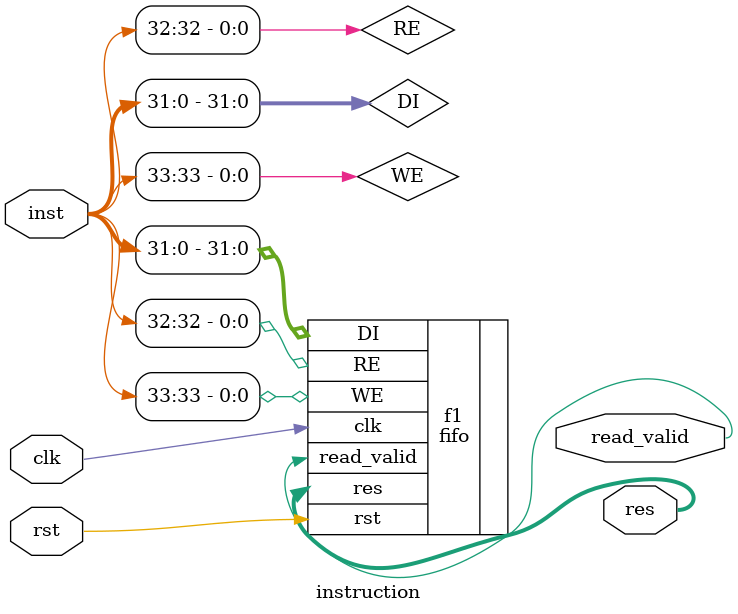
<source format=v>
`timescale 1ns / 1ps

// inst
//   WE     RE      DI
//  33:33   32:32   31:0
 
module instruction(
    input [33:0]    inst,
    input   clk,
    input   rst,
    output  [31:0] res,
    output  read_valid
    );
    wire    [31:0]  DI;
    wire    RE;
    wire    WE;
    assign  DI  = inst[31:0];
    assign  RE  = inst[32];
    assign  WE  = inst[33];
    fifo  f1(
	    .DI     (DI),
	    .RE     (RE),
	    .WE     (WE),
	    .clk    (clk),
	    .rst    (rst),
	    .res    (res),
        .read_valid (read_valid)
    );


endmodule

</source>
